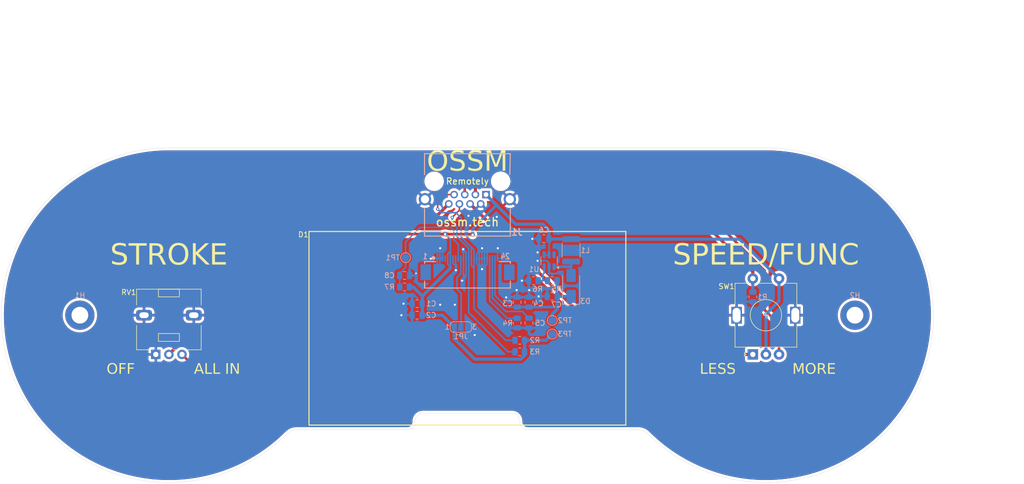
<source format=kicad_pcb>
(kicad_pcb (version 20240108) (generator "pcbnew") (generator_version "8.0")
  (layers (0 "F.Cu" signal) (31 "B.Cu" signal) (34 "B.Paste" user) (35 "F.Paste" user) (36 "B.SilkS" user "B.Silkscreen") (37 "F.SilkS" user "F.Silkscreen") (38 "B.Mask" user) (39 "F.Mask" user) (44 "Edge.Cuts" user))
  (net 0 "")
  (net 1 "GND")
  (net 2 "+3.3V")
  (net 3 "+12V")
  (net 4 "Net-(D1-VCOMH)")
  (net 5 "I2C_DATA")
  (net 6 "/RES")
  (net 7 "I2C_CLOCK")
  (net 8 "/I2C ADR")
  (net 9 "Net-(D1-IREF)")
  (net 11 "ENCODER_B")
  (net 12 "ROTARY_POT")
  (net 13 "ENCODER_SWITCH")
  (net 14 "ENCODER_A")
  (net 16 "Net-(D3-A)")
  (net 17 "Net-(U1-FB)")
  (footprint "Rotary_Encoder:RotaryEncoder_Alps_EC11E-Switch_Vertical_H20mm" (layer "F.Cu") (at 194 92 90)
    (property "Reference" "SW1" (at 6.1 -5.9 180) (layer "F.SilkS") (effects (justify right top)))
    (property "Value" "RotaryEncoder_Switch_MP")
    (fp_line (start 6.1 -5.9) (end 6.1 -3.5) (stroke (width 0.12)) (layer "F.SilkS"))
    (fp_line (start 2 -5.9) (end 6.1 -5.9) (stroke (width 0.12)) (layer "F.SilkS"))
    (fp_line (start -2 -5.9) (end -6.1 -5.9) (stroke (width 0.12)) (layer "F.SilkS"))
    (fp_line (start -6.1 -5.9) (end -6.1 5.9) (stroke (width 0.12)) (layer "F.SilkS"))
    (fp_line (start -7.2 -4.1) (end -7.5 -3.8) (stroke (width 0.12)) (layer "F.SilkS"))
    (fp_line (start -7.8 -4.1) (end -7.2 -4.1) (stroke (width 0.12)) (layer "F.SilkS"))
    (fp_line (start -7.5 -3.8) (end -7.8 -4.1) (stroke (width 0.12)) (layer "F.SilkS"))
    (fp_line (start 6.1 -1.3) (end 6.1 1.3) (stroke (width 0.12)) (layer "F.SilkS"))
    (fp_line (start 0 -0.5) (end 0 0.5) (stroke (width 0.12)) (layer "F.SilkS"))
    (fp_line (start -0.5 0) (end 0.5 0) (stroke (width 0.12)) (layer "F.SilkS"))
    (fp_line (start 6.1 3.5) (end 6.1 5.9) (stroke (width 0.12)) (layer "F.SilkS"))
    (fp_line (start 6.1 5.9) (end 2 5.9) (stroke (width 0.12)) (layer "F.SilkS"))
    (fp_line (start -2 5.9) (end -6.1 5.9) (stroke (width 0.12)) (layer "F.SilkS"))
    (fp_circle (center 0 0) (end 3 0) (stroke (width 0.12)) (fill none) (layer "F.SilkS"))
    (pad "A" thru_hole rect (at -7.5 -2.5 90) (size 2 2) (drill 1) (layers "*.Cu" "*.Mask") (net 14 "ENCODER_A"))
    (pad "B" thru_hole circle (at -7.5 2.5 90) (size 2 2) (drill 1) (layers "*.Cu" "*.Mask") (net 11 "ENCODER_B"))
    (pad "C" thru_hole circle (at -7.5 0 90) (size 2 2) (drill 1) (layers "*.Cu" "*.Mask") (net 2 "+3.3V"))
    (pad "MP" thru_hole rect (at 0 -5.6 90) (size 3.2 2) (drill oval 2.8 1.5) (layers "*.Cu" "*.Mask") (net 1 "GND"))
    (pad "MP" thru_hole rect (at 0 5.6 90) (size 3.2 2) (drill oval 2.8 1.5) (layers "*.Cu" "*.Mask") (net 1 "GND"))
    (pad "S1" thru_hole circle (at 7 2.5 90) (size 2 2) (drill 1) (layers "*.Cu" "*.Mask") (net 2 "+3.3V"))
    (pad "S2" thru_hole circle (at 7 -2.5 90) (size 2 2) (drill 1) (layers "*.Cu" "*.Mask") (net 13 "ENCODER_SWITCH"))
  )
  (footprint "Potentiometer_THT:Potentiometer_Alps_RK09L_Single_Vertical" (layer "F.Cu") (at 80 92 90)
    (property "Reference" "RV1" (at 4.97 -6.17 180) (layer "F.SilkS") (effects (justify right top)))
    (property "Value" "R_Potentiometer")
    (fp_line (start 4.97 -6.17) (end 4.97 6.17) (stroke (width 0.12)) (layer "F.SilkS"))
    (fp_line (start 1.955 -6.17) (end 4.97 -6.17) (stroke (width 0.12)) (layer "F.SilkS"))
    (fp_line (start -6.62 -6.17) (end -1.954 -6.17) (stroke (width 0.12)) (layer "F.SilkS"))
    (fp_line (start -6.62 -6.17) (end -6.62 -3.7) (stroke (width 0.12)) (layer "F.SilkS"))
    (fp_line (start -6.62 -1.3) (end -6.62 -0.87) (stroke (width 0.12)) (layer "F.SilkS"))
    (fp_line (start -6.62 0.871) (end -6.62 1.63) (stroke (width 0.12)) (layer "F.SilkS"))
    (fp_line (start -6.62 3.37) (end -6.62 6.17) (stroke (width 0.12)) (layer "F.SilkS"))
    (fp_line (start 1.955 6.17) (end 4.97 6.17) (stroke (width 0.12)) (layer "F.SilkS"))
    (fp_line (start -6.62 6.17) (end -1.954 6.17) (stroke (width 0.12)) (layer "F.SilkS"))
    (fp_rect (start 3.5 -2) (end 5 2) (stroke (width 0.12)) (fill none) (layer "F.SilkS"))
    (fp_rect (start -5 -2) (end -3.5 2) (stroke (width 0.12)) (fill none) (layer "F.SilkS"))
    (pad "1" thru_hole rect (at -7.5 -2.5 90) (size 1.8 1.8) (drill 1) (layers "*.Cu" "*.Mask") (net 1 "GND"))
    (pad "2" thru_hole circle (at -7.5 0 90) (size 1.8 1.8) (drill 1) (layers "*.Cu" "*.Mask") (net 12 "ROTARY_POT"))
    (pad "3" thru_hole circle (at -7.5 2.5 90) (size 1.8 1.8) (drill 1) (layers "*.Cu" "*.Mask") (net 2 "+3.3V"))
    (pad "MP" thru_hole roundrect (at 0 -4.75 90) (size 2 3) (drill oval 1.1 1.8) (layers "*.Cu" "*.Mask") (net 1 "GND"))
    (pad "MP" thru_hole roundrect (at 0 4.75 90) (size 2 3) (drill oval 1.1 1.8) (layers "*.Cu" "*.Mask") (net 1 "GND"))
    (zone (net 0) (net_name "") (layer "F.Cu") (name "Copper Keep Out") (connect_pads (clearance 0)) (min_thickness 0.254)
      (keepout (tracks not_allowed) (vias not_allowed) (pads not_allowed) (copperpour not_allowed) (footprints not_allowed))
      (fill (thermal_gap 0.508) (thermal_bridge_width 0.508))
      (polygon (pts (xy 82 87.1) (xy 82 88.5) (xy 78 88.5) (xy 78 87.1)))
    )
    (zone (net 0) (net_name "") (layer "F.Cu") (name "Copper Keep Out") (connect_pads (clearance 0)) (min_thickness 0.254)
      (keepout (tracks not_allowed) (vias not_allowed) (pads not_allowed) (copperpour not_allowed) (footprints not_allowed))
      (fill (thermal_gap 0.508) (thermal_bridge_width 0.508))
      (polygon (pts (xy 82 95.5) (xy 82 97) (xy 78 97) (xy 78 95.5)))
    )
  )
  (footprint "OSSM:2.42_OLED_24P_FPC_0.5MM" (layer "F.Cu") (at 137 94.5)
    (property "Reference" "D1" (at -30.25 -18.5 0) (layer "F.SilkS") (effects (justify right top)))
    (property "Value" "2.42inch_OLED_12864KLB")
    (fp_line (start -8.17432 -12.75272) (end -6.04415 -12.75272) (stroke (width 0.2032)) (layer "B.SilkS"))
    (fp_line (start -8.17432 -12.39712) (end -8.17432 -12.75272) (stroke (width 0.2032)) (layer "B.SilkS"))
    (fp_line (start -8.17432 -7.69491) (end -8.17432 -8.99352) (stroke (width 0.2032)) (layer "B.SilkS"))
    (fp_line (start -8.17432 -7.69491) (end 8.20023 -7.69492) (stroke (width 0.2032)) (layer "B.SilkS"))
    (fp_line (start 6.05505 -12.74492) (end 8.20023 -12.74492) (stroke (width 0.2032)) (layer "B.SilkS"))
    (fp_line (start 8.18865 -12.74492) (end 8.20023 -12.73333) (stroke (width 0.127)) (layer "B.SilkS"))
    (fp_line (start 8.20023 -12.39712) (end 8.20023 -12.73333) (stroke (width 0.2032)) (layer "B.SilkS"))
    (fp_line (start 8.20023 -7.69492) (end 8.20023 -9.01892) (stroke (width 0.2032)) (layer "B.SilkS"))
    (fp_circle (center -6.48635 -13.43852) (end -6.48635 -13.61632) (stroke (width 0.3556)) (fill none) (layer "B.SilkS"))
    (fp_line (start -30.25 -18.5) (end 30.25 -18.5) (stroke (width 0.203)) (layer "F.SilkS"))
    (fp_line (start -30.25 18.5) (end -30.25 -18.5) (stroke (width 0.203)) (layer "F.SilkS"))
    (fp_line (start -30.25 18.5) (end 30.25 18.5) (stroke (width 0.203)) (layer "F.SilkS"))
    (fp_line (start 30.25 18.5) (end 30.25 -18.5) (stroke (width 0.203)) (layer "F.SilkS"))
    (fp_text user "1" (at -7.53425 -13.12925 0) (layer "B.SilkS") (effects (font (size 1.0668 0.889) (thickness 0.1778)) (justify left bottom mirror)))
    (fp_text user "24" (at 8.18885 -13.12925 0) (layer "B.SilkS") (effects (font (size 1.0668 0.889) (thickness 0.1778)) (justify left bottom mirror)))
    (pad "1" smd rect (at -5.74975 -13.33232 180) (size 0.3 1.2) (layers "B.Cu" "B.Paste" "B.Mask") (net 1 "GND"))
    (pad "2" smd rect (at -5.24975 -13.33232 180) (size 0.3 1.2) (layers "B.Cu" "B.Paste" "B.Mask") (net 1 "GND"))
    (pad "3" smd rect (at -4.74975 -13.33232 180) (size 0.3 1.2) (layers "B.Cu" "B.Paste" "B.Mask") (net 1 "GND"))
    (pad "4" smd rect (at -4.24976 -13.33232 180) (size 0.3 1.2) (layers "B.Cu" "B.Paste" "B.Mask"))
    (pad "5" smd rect (at -3.74973 -13.33232 180) (size 0.3 1.2) (layers "B.Cu" "B.Paste" "B.Mask") (net 2 "+3.3V"))
    (pad "6" smd rect (at -3.24973 -13.33232 180) (size 0.3 1.2) (layers "B.Cu" "B.Paste" "B.Mask") (net 2 "+3.3V"))
    (pad "7" smd rect (at -2.74973 -13.33232 180) (size 0.3 1.2) (layers "B.Cu" "B.Paste" "B.Mask") (net 1 "GND"))
    (pad "8" smd rect (at -2.24973 -13.33232 180) (size 0.3 1.2) (layers "B.Cu" "B.Paste" "B.Mask") (net 1 "GND"))
    (pad "9" smd rect (at -1.74973 -13.33232 180) (size 0.3 1.2) (layers "B.Cu" "B.Paste" "B.Mask") (net 6 "/RES"))
    (pad "10" smd rect (at -1.24974 -13.33232 180) (size 0.3 1.2) (layers "B.Cu" "B.Paste" "B.Mask") (net 8 "/I2C ADR"))
    (pad "11" smd rect (at -0.74973 -13.33232 180) (size 0.3 1.2) (layers "B.Cu" "B.Paste" "B.Mask") (net 1 "GND"))
    (pad "12" smd rect (at -0.24974 -13.33232 180) (size 0.3 1.2) (layers "B.Cu" "B.Paste" "B.Mask") (net 1 "GND"))
    (pad "13" smd rect (at 0.25026 -13.33232 180) (size 0.3 1.2) (layers "B.Cu" "B.Paste" "B.Mask") (net 7 "I2C_CLOCK"))
    (pad "14" smd rect (at 0.75026 -13.33232 180) (size 0.3 1.2) (layers "B.Cu" "B.Paste" "B.Mask") (net 5 "I2C_DATA"))
    (pad "15" smd rect (at 1.25026 -13.33232 180) (size 0.3 1.2) (layers "B.Cu" "B.Paste" "B.Mask") (net 5 "I2C_DATA"))
    (pad "16" smd rect (at 1.75026 -13.33232 180) (size 0.3 1.2) (layers "B.Cu" "B.Paste" "B.Mask") (net 1 "GND"))
    (pad "17" smd rect (at 2.25026 -13.33232 180) (size 0.3 1.2) (layers "B.Cu" "B.Paste" "B.Mask") (net 1 "GND"))
    (pad "18" smd rect (at 2.75026 -13.33232 180) (size 0.3 1.2) (layers "B.Cu" "B.Paste" "B.Mask") (net 1 "GND"))
    (pad "19" smd rect (at 3.25026 -13.33232 180) (size 0.3 1.2) (layers "B.Cu" "B.Paste" "B.Mask") (net 1 "GND"))
    (pad "20" smd rect (at 3.75025 -13.33232 180) (size 0.3 1.2) (layers "B.Cu" "B.Paste" "B.Mask") (net 1 "GND"))
    (pad "21" smd rect (at 4.25025 -13.33232 180) (size 0.3 1.2) (layers "B.Cu" "B.Paste" "B.Mask") (net 9 "Net-(D1-IREF)"))
    (pad "22" smd rect (at 4.75025 -13.33232 180) (size 0.3 1.2) (layers "B.Cu" "B.Paste" "B.Mask") (net 4 "Net-(D1-VCOMH)"))
    (pad "23" smd rect (at 5.25025 -13.33232 180) (size 0.3 1.2) (layers "B.Cu" "B.Paste" "B.Mask") (net 3 "+12V"))
    (pad "24" smd rect (at 5.75025 -13.33232 180) (size 0.3 1.2) (layers "B.Cu" "B.Paste" "B.Mask") (net 1 "GND"))
    (pad "A" smd rect (at 8.00023 -10.70992 180) (size 2 3) (layers "B.Cu" "B.Paste" "B.Mask"))
    (pad "B" smd rect (at -7.97432 -10.70992 180) (size 2 3) (layers "B.Cu" "B.Paste" "B.Mask"))
  )
  (footprint "Inductor_SMD:L_1812_4532Metric" (layer "B.Cu") (at 156.8 79.6 -90)
    (property "Reference" "L1" (at 0 -1.71 0) (layer "B.SilkS") (effects (justify right mirror)))
    (property "Value" "22uH")
    (fp_line (start 1.386252 1.71) (end -1.386252 1.71) (stroke (width 0.12)) (layer "B.SilkS"))
    (fp_line (start 1.386252 -1.71) (end -1.386252 -1.71) (stroke (width 0.12)) (layer "B.SilkS"))
    (pad "1" smd roundrect (at -2.1375 0 270) (size 1.125 3.4) (layers "B.Cu" "B.Paste" "B.Mask") (roundrect_rratio 0.222222) (net 2 "+3.3V"))
    (pad "2" smd roundrect (at 2.1375 0 270) (size 1.125 3.4) (layers "B.Cu" "B.Paste" "B.Mask") (roundrect_rratio 0.222222) (net 16 "Net-(D3-A)"))
  )
  (footprint "TestPoint:TestPoint_Pad_D1.5mm" (layer "B.Cu") (at 153.2 93 180)
    (property "Reference" "TP2" (at -0.95 0 0) (layer "B.SilkS") (effects (justify right mirror)))
    (property "Value" "12V")
    (fp_circle (center 0 0) (end 0 -0.95) (stroke (width 0.12)) (fill none) (layer "B.SilkS"))
    (pad "1" smd circle (at 0 0 180) (size 1.5 1.5) (layers "B.Cu" "B.Mask") (net 3 "+12V"))
  )
  (footprint "Capacitor_SMD:C_0805_2012Metric" (layer "B.Cu") (at 148.75 93.5 -90)
    (property "Reference" "C5" (at 0 -1.05 0) (layer "B.SilkS") (effects (justify right mirror)))
    (property "Value" "2.2uF")
    (fp_line (start 0.261252 0.735) (end -0.261252 0.735) (stroke (width 0.12)) (layer "B.SilkS"))
    (fp_line (start 0.261252 -0.735) (end -0.261252 -0.735) (stroke (width 0.12)) (layer "B.SilkS"))
    (pad "1" smd roundrect (at -0.95 0 270) (size 1 1.45) (layers "B.Cu" "B.Paste" "B.Mask") (net 4 "Net-(D1-VCOMH)"))
    (pad "2" smd roundrect (at 0.95 0 270) (size 1 1.45) (layers "B.Cu" "B.Paste" "B.Mask") (net 1 "GND"))
  )
  (footprint "MountingHole:MountingHole_3.2mm_M3_DIN965_Pad" (layer "B.Cu") (at 63 92 180)
    (property "Reference" "H1" (at 0 3.8 0) (layer "B.SilkS") (effects (justify mirror)))
    (property "Value" "MountingHole")
    (pad "1" thru_hole circle (at 0 0 180) (size 5.6 5.6) (drill 3.2) (layers "*.Cu" "*.Mask"))
  )
  (footprint "Capacitor_SMD:C_0805_2012Metric" (layer "B.Cu") (at 125 84.4)
    (property "Reference" "C8" (at -1.8 0 0) (layer "B.SilkS") (effects (justify left mirror)))
    (property "Value" "100nF")
    (fp_line (start 0.261252 -0.735) (end -0.261252 -0.735) (stroke (width 0.12)) (layer "B.SilkS"))
    (fp_line (start 0.261252 0.735) (end -0.261252 0.735) (stroke (width 0.12)) (layer "B.SilkS"))
    (pad "1" smd roundrect (at -0.95 0) (size 1 1.45) (layers "B.Cu" "B.Paste" "B.Mask") (net 6 "/RES"))
    (pad "2" smd roundrect (at 0.95 0) (size 1 1.45) (layers "B.Cu" "B.Paste" "B.Mask") (net 1 "GND"))
  )
  (footprint "Resistor_SMD:R_0805_2012Metric" (layer "B.Cu") (at 191.5 88.5 -90)
    (property "Reference" "R1" (at 0 -0.735 0) (layer "B.SilkS") (effects (justify right mirror)))
    (property "Value" "12K")
    (fp_line (start 0.227064 0.735) (end -0.227064 0.735) (stroke (width 0.12)) (layer "B.SilkS"))
    (fp_line (start 0.227064 -0.735) (end -0.227064 -0.735) (stroke (width 0.12)) (layer "B.SilkS"))
    (pad "1" smd roundrect (at -0.9125 0 270) (size 1.025 1.4) (layers "B.Cu" "B.Paste" "B.Mask") (roundrect_rratio 0.243902) (net 13 "ENCODER_SWITCH"))
    (pad "2" smd roundrect (at 0.9125 0 270) (size 1.025 1.4) (layers "B.Cu" "B.Paste" "B.Mask") (roundrect_rratio 0.243902) (net 1 "GND"))
  )
  (footprint "TestPoint:TestPoint_Pad_D1.5mm" (layer "B.Cu") (at 125.2 81 180)
    (property "Reference" "TP1" (at 1 0 0) (layer "B.SilkS") (effects (justify left mirror)))
    (property "Value" "RESET")
    (fp_circle (center 0 0) (end 0 -0.95) (stroke (width 0.12)) (fill none) (layer "B.SilkS"))
    (pad "1" smd circle (at 0 0 180) (size 1.5 1.5) (layers "B.Cu" "B.Mask") (net 6 "/RES"))
  )
  (footprint "Capacitor_SMD:C_0805_2012Metric" (layer "B.Cu") (at 146.5 89.5 90)
    (property "Reference" "C3" (at -0.261252 -0.735 0) (layer "B.SilkS") (effects (justify left mirror)))
    (property "Value" "100nF")
    (fp_line (start 0.261252 -0.735) (end -0.261252 -0.735) (stroke (width 0.12)) (layer "B.SilkS"))
    (fp_line (start 0.261252 0.735) (end -0.261252 0.735) (stroke (width 0.12)) (layer "B.SilkS"))
    (pad "1" smd roundrect (at -0.95 0 90) (size 1 1.45) (layers "B.Cu" "B.Paste" "B.Mask") (net 3 "+12V"))
    (pad "2" smd roundrect (at 0.95 0 90) (size 1 1.45) (layers "B.Cu" "B.Paste" "B.Mask") (net 1 "GND"))
  )
  (footprint "Jumper:SolderJumper-3_P1.3mm_Open_RoundedPad1.0x1.5mm_NumberLabels" (layer "B.Cu") (at 135.75 94.25)
    (property "Reference" "JP1" (at 0 1.8 0) (layer "B.SilkS") (effects (justify mirror)))
    (property "Value" "SolderJumper_3_Open")
    (fp_line (start -2.05 0.3) (end -2.05 -0.3) (stroke (width 0.12)) (layer "B.SilkS"))
    (fp_line (start -1.4 -1) (end 1.4 -1) (stroke (width 0.12)) (layer "B.SilkS"))
    (fp_line (start 1.4 1) (end -1.4 1) (stroke (width 0.12)) (layer "B.SilkS"))
    (fp_line (start 2.05 -0.3) (end 2.05 0.3) (stroke (width 0.12)) (layer "B.SilkS"))
    (fp_arc (start -2.05 -0.3) (mid -1.844975 -0.794975) (end -1.35 -1) (stroke (width 0.12)) (layer "B.SilkS"))
    (fp_arc (start -1.35 1) (mid -1.844975 0.794975) (end -2.05 0.3) (stroke (width 0.12)) (layer "B.SilkS"))
    (fp_arc (start 1.35 -1) (mid 1.844975 -0.794975) (end 2.05 -0.3) (stroke (width 0.12)) (layer "B.SilkS"))
    (fp_arc (start 2.05 0.3) (mid 1.844975 0.794975) (end 1.35 1) (stroke (width 0.12)) (layer "B.SilkS"))
    (fp_text user "1" (at -2.6 0 0) (layer "B.SilkS") (effects (justify mirror)))
    (fp_text user "3" (at 2.6 0 0) (layer "B.SilkS") (effects (justify mirror)))
    (pad "1" smd custom (at -1.3 0) (size 1 0.5) (layers "B.Cu" "B.Mask") (net 2 "+3.3V") (options (clearance outline) (anchor rect)) (primitives (gr_circle (center 0 -0.25) (end 0.5 -0.25) (width 0) (fill yes)) (gr_circle (center 0 0.25) (end 0.5 0.25) (width 0) (fill yes)) (gr_poly (pts (xy 0.55 -0.75) (xy 0 -0.75) (xy 0 0.75) (xy 0.55 0.75)) (width 0) (fill yes))))
    (pad "2" smd rect (at 0 0) (size 1 1.5) (layers "B.Cu" "B.Mask") (net 8 "/I2C ADR"))
    (pad "3" smd custom (at 1.3 0) (size 1 0.5) (layers "B.Cu" "B.Mask") (net 1 "GND") (options (clearance outline) (anchor rect)) (primitives (gr_circle (center 0 -0.25) (end 0.5 -0.25) (width 0) (fill yes)) (gr_circle (center 0 0.25) (end 0.5 0.25) (width 0) (fill yes)) (gr_poly (pts (xy 0 -0.75) (xy -0.55 -0.75) (xy -0.55 0.75) (xy 0 0.75)) (width 0) (fill yes))))
  )
  (footprint "Resistor_SMD:R_0805_2012Metric" (layer "B.Cu") (at 149.6 85.4)
    (property "Reference" "R6" (at 0.8 1 0) (layer "B.SilkS") (effects (justify top mirror)))
    (property "Value" "10k")
    (fp_line (start 0.227064 -0.735) (end -0.227064 -0.735) (stroke (width 0.12)) (layer "B.SilkS"))
    (fp_line (start 0.227064 0.735) (end -0.227064 0.735) (stroke (width 0.12)) (layer "B.SilkS"))
    (pad "1" smd roundrect (at -0.9125 0) (size 1.025 1.4) (layers "B.Cu" "B.Paste" "B.Mask") (roundrect_rratio 0.243902) (net 1 "GND"))
    (pad "2" smd roundrect (at 0.9125 0) (size 1.025 1.4) (layers "B.Cu" "B.Paste" "B.Mask") (roundrect_rratio 0.243902) (net 17 "Net-(U1-FB)"))
  )
  (footprint "Capacitor_SMD:C_0805_2012Metric" (layer "B.Cu") (at 153.2 88.4 180)
    (property "Reference" "C7" (at -0.8 -1 0) (layer "B.SilkS") (effects (justify top mirror)))
    (property "Value" "22uF/35V")
    (fp_line (start 0.261252 0.735) (end -0.261252 0.735) (stroke (width 0.12)) (layer "B.SilkS"))
    (fp_line (start 0.261252 -0.735) (end -0.261252 -0.735) (stroke (width 0.12)) (layer "B.SilkS"))
    (pad "1" smd roundrect (at -0.95 0 180) (size 1 1.45) (layers "B.Cu" "B.Paste" "B.Mask") (net 3 "+12V"))
    (pad "2" smd roundrect (at 0.95 0 180) (size 1 1.45) (layers "B.Cu" "B.Paste" "B.Mask") (net 1 "GND"))
  )
  (footprint "MountingHole:MountingHole_3.2mm_M3_DIN965_Pad" (layer "B.Cu") (at 211 92 180)
    (property "Reference" "H2" (at 0 3.8 0) (layer "B.SilkS") (effects (justify mirror)))
    (property "Value" "MountingHole")
    (pad "1" thru_hole circle (at 0 0 180) (size 5.6 5.6) (drill 3.2) (layers "*.Cu" "*.Mask"))
  )
  (footprint "Resistor_SMD:R_0805_2012Metric" (layer "B.Cu") (at 147 96.8)
    (property "Reference" "R2" (at 1.8 0 0) (layer "B.SilkS") (effects (justify right mirror)))
    (property "Value" "4.7K")
    (fp_line (start 0.227064 -0.735) (end -0.227064 -0.735) (stroke (width 0.12)) (layer "B.SilkS"))
    (fp_line (start 0.227064 0.735) (end -0.227064 0.735) (stroke (width 0.12)) (layer "B.SilkS"))
    (pad "1" smd roundrect (at -0.9125 0) (size 1.025 1.4) (layers "B.Cu" "B.Paste" "B.Mask") (roundrect_rratio 0.243902) (net 5 "I2C_DATA"))
    (pad "2" smd roundrect (at 0.9125 0) (size 1.025 1.4) (layers "B.Cu" "B.Paste" "B.Mask") (roundrect_rratio 0.243902) (net 2 "+3.3V"))
  )
  (footprint "Resistor_SMD:R_0805_2012Metric" (layer "B.Cu") (at 125 86.6)
    (property "Reference" "R7" (at -1.8 0 0) (layer "B.SilkS") (effects (justify left mirror)))
    (property "Value" "10k")
    (fp_line (start 0.227064 -0.735) (end -0.227064 -0.735) (stroke (width 0.12)) (layer "B.SilkS"))
    (fp_line (start 0.227064 0.735) (end -0.227064 0.735) (stroke (width 0.12)) (layer "B.SilkS"))
    (pad "1" smd roundrect (at -0.9125 0) (size 1.025 1.4) (layers "B.Cu" "B.Paste" "B.Mask") (roundrect_rratio 0.243902) (net 6 "/RES"))
    (pad "2" smd roundrect (at 0.9125 0) (size 1.025 1.4) (layers "B.Cu" "B.Paste" "B.Mask") (roundrect_rratio 0.243902) (net 2 "+3.3V"))
  )
  (footprint "Diode_SMD:D_SMA" (layer "B.Cu") (at 156.8 86.4 90)
    (property "Reference" "D3" (at -3.51 1.65 0) (layer "B.SilkS") (effects (justify right bottom mirror)))
    (property "Value" "SS34")
    (fp_line (start 2 -1.65) (end -3.51 -1.65) (stroke (width 0.12)) (layer "B.SilkS"))
    (fp_line (start -3.51 -1.65) (end -3.51 1.65) (stroke (width 0.12)) (layer "B.SilkS"))
    (fp_line (start 2 1.65) (end -3.51 1.65) (stroke (width 0.12)) (layer "B.SilkS"))
    (pad "1" smd roundrect (at -2 0 90) (size 2.5 1.8) (layers "B.Cu" "B.Paste" "B.Mask") (roundrect_rratio 0.1388888889) (net 3 "+12V"))
    (pad "2" smd roundrect (at 2 0 90) (size 2.5 1.8) (layers "B.Cu" "B.Paste" "B.Mask") (roundrect_rratio 0.1388888889) (net 16 "Net-(D3-A)"))
  )
  (footprint "Resistor_SMD:R_0805_2012Metric" (layer "B.Cu") (at 146.5 93.5 90)
    (property "Reference" "R4" (at 0 -0.735 0) (layer "B.SilkS") (effects (justify left mirror)))
    (property "Value" "910K")
    (fp_line (start 0.227064 -0.735) (end -0.227064 -0.735) (stroke (width 0.12)) (layer "B.SilkS"))
    (fp_line (start 0.227064 0.735) (end -0.227064 0.735) (stroke (width 0.12)) (layer "B.SilkS"))
    (pad "1" smd roundrect (at -0.9125 0 90) (size 1.025 1.4) (layers "B.Cu" "B.Paste" "B.Mask") (roundrect_rratio 0.243902) (net 1 "GND"))
    (pad "2" smd roundrect (at 0.9125 0 90) (size 1.025 1.4) (layers "B.Cu" "B.Paste" "B.Mask") (roundrect_rratio 0.243902) (net 9 "Net-(D1-IREF)"))
  )
  (footprint "Package_TO_SOT_SMD:SOT-23-6" (layer "B.Cu") (at 152.6 81.6 90)
    (property "Reference" "U1" (at -2.2 -1.8 0) (layer "B.SilkS") (effects (justify left bottom mirror)))
    (property "Value" "MT3608")
    (fp_line (start 0.8 -1.56) (end 0 -1.56) (stroke (width 0.12)) (layer "B.SilkS"))
    (fp_line (start -0.8 -1.56) (end 0 -1.56) (stroke (width 0.12)) (layer "B.SilkS"))
    (fp_line (start 0.8 1.56) (end 0 1.56) (stroke (width 0.12)) (layer "B.SilkS"))
    (fp_line (start -0.8 1.56) (end 0 1.56) (stroke (width 0.12)) (layer "B.SilkS"))
    (fp_poly (pts (xy -1.3 1.51) (xy -1.54 1.84) (xy -1.06 1.84) (xy -1.3 1.51)) (stroke (width 0.12)) (fill solid) (layer "B.SilkS"))
    (pad "1" smd roundrect (at -1.1375 0.95 90) (size 1.325 0.6) (layers "B.Cu" "B.Paste" "B.Mask") (net 16 "Net-(D3-A)"))
    (pad "2" smd roundrect (at -1.1375 0 90) (size 1.325 0.6) (layers "B.Cu" "B.Paste" "B.Mask") (net 1 "GND"))
    (pad "3" smd roundrect (at -1.1375 -0.95 90) (size 1.325 0.6) (layers "B.Cu" "B.Paste" "B.Mask") (net 17 "Net-(U1-FB)"))
    (pad "4" smd roundrect (at 1.1375 -0.95 90) (size 1.325 0.6) (layers "B.Cu" "B.Paste" "B.Mask") (net 2 "+3.3V"))
    (pad "5" smd roundrect (at 1.1375 0 90) (size 1.325 0.6) (layers "B.Cu" "B.Paste" "B.Mask") (net 2 "+3.3V"))
    (pad "6" smd roundrect (at 1.1375 0.95 90) (size 1.325 0.6) (layers "B.Cu" "B.Paste" "B.Mask"))
  )
  (footprint "Resistor_SMD:R_0805_2012Metric" (layer "B.Cu") (at 153.2 85.4)
    (property "Reference" "R5" (at 0.8 1 0) (layer "B.SilkS") (effects (justify top mirror)))
    (property "Value" "200k")
    (fp_line (start 0.227064 -0.735) (end -0.227064 -0.735) (stroke (width 0.12)) (layer "B.SilkS"))
    (fp_line (start 0.227064 0.735) (end -0.227064 0.735) (stroke (width 0.12)) (layer "B.SilkS"))
    (pad "1" smd roundrect (at -0.9125 0) (size 1.025 1.4) (layers "B.Cu" "B.Paste" "B.Mask") (roundrect_rratio 0.243902) (net 17 "Net-(U1-FB)"))
    (pad "2" smd roundrect (at 0.9125 0) (size 1.025 1.4) (layers "B.Cu" "B.Paste" "B.Mask") (roundrect_rratio 0.243902) (net 3 "+12V"))
  )
  (footprint "Capacitor_SMD:C_0805_2012Metric" (layer "B.Cu") (at 151.6 77.3875 180)
    (property "Reference" "C6" (at 0 1.68 0) (layer "B.SilkS") (effects (justify mirror)))
    (property "Value" "22uF")
    (fp_line (start 0.261252 0.735) (end -0.261252 0.735) (stroke (width 0.12)) (layer "B.SilkS"))
    (fp_line (start 0.261252 -0.735) (end -0.261252 -0.735) (stroke (width 0.12)) (layer "B.SilkS"))
    (pad "1" smd roundrect (at -0.95 0 180) (size 1 1.45) (layers "B.Cu" "B.Paste" "B.Mask") (net 2 "+3.3V"))
    (pad "2" smd roundrect (at 0.95 0 180) (size 1 1.45) (layers "B.Cu" "B.Paste" "B.Mask") (net 1 "GND"))
  )
  (footprint "TestPoint:TestPoint_Pad_D1.5mm" (layer "B.Cu") (at 153.2 95.6 180)
    (property "Reference" "TP3" (at -0.95 0 0) (layer "B.SilkS") (effects (justify right mirror)))
    (property "Value" "3.3V")
    (fp_circle (center 0 0) (end 0 -0.95) (stroke (width 0.12)) (fill none) (layer "B.SilkS"))
    (pad "1" smd circle (at 0 0 180) (size 1.5 1.5) (layers "B.Cu" "B.Mask") (net 2 "+3.3V"))
  )
  (footprint "Capacitor_SMD:C_0805_2012Metric" (layer "B.Cu") (at 127.4 92 180)
    (property "Reference" "C2" (at -1.6 0 0) (layer "B.SilkS") (effects (justify right mirror)))
    (property "Value" "47uF")
    (fp_line (start 0.261252 0.735) (end -0.261252 0.735) (stroke (width 0.12)) (layer "B.SilkS"))
    (fp_line (start 0.261252 -0.735) (end -0.261252 -0.735) (stroke (width 0.12)) (layer "B.SilkS"))
    (pad "1" smd roundrect (at -0.95 0 180) (size 1 1.45) (layers "B.Cu" "B.Paste" "B.Mask") (net 2 "+3.3V"))
    (pad "2" smd roundrect (at 0.95 0 180) (size 1 1.45) (layers "B.Cu" "B.Paste" "B.Mask") (net 1 "GND"))
  )
  (footprint "Resistor_SMD:R_0805_2012Metric" (layer "B.Cu") (at 147 99)
    (property "Reference" "R3" (at 1.8 0 0) (layer "B.SilkS") (effects (justify right mirror)))
    (property "Value" "4.7K")
    (fp_line (start 0.227064 -0.735) (end -0.227064 -0.735) (stroke (width 0.12)) (layer "B.SilkS"))
    (fp_line (start 0.227064 0.735) (end -0.227064 0.735) (stroke (width 0.12)) (layer "B.SilkS"))
    (pad "1" smd roundrect (at -0.9125 0) (size 1.025 1.4) (layers "B.Cu" "B.Paste" "B.Mask") (roundrect_rratio 0.243902) (net 7 "I2C_CLOCK"))
    (pad "2" smd roundrect (at 0.9125 0) (size 1.025 1.4) (layers "B.Cu" "B.Paste" "B.Mask") (roundrect_rratio 0.243902) (net 2 "+3.3V"))
  )
  (footprint "Capacitor_SMD:C_0805_2012Metric" (layer "B.Cu") (at 148.75 89.5 90)
    (property "Reference" "C4" (at -0.261252 0.735 0) (layer "B.SilkS") (effects (justify right mirror)))
    (property "Value" "47uF")
    (fp_line (start 0.261252 -0.735) (end -0.261252 -0.735) (stroke (width 0.12)) (layer "B.SilkS"))
    (fp_line (start 0.261252 0.735) (end -0.261252 0.735) (stroke (width 0.12)) (layer "B.SilkS"))
    (pad "1" smd roundrect (at -0.95 0 90) (size 1 1.45) (layers "B.Cu" "B.Paste" "B.Mask") (net 3 "+12V"))
    (pad "2" smd roundrect (at 0.95 0 90) (size 1 1.45) (layers "B.Cu" "B.Paste" "B.Mask") (net 1 "GND"))
  )
  (footprint "OSSM:RJ45_Molex_438605025_Horizontal" (layer "B.Cu") (at 140.5545 68.945)
    (property "Reference" "J1" (at 4.635 7.93 0) (layer "B.SilkS") (effects (font (size 1.27 1.27) (thickness 0.254)) (justify right bottom mirror)))
    (property "Value" "8P8C_Shielded" (hide yes))
    (fp_line (start -11.745 -7.82) (end -11.745 -3.82) (stroke (width 0.2)) (layer "B.SilkS"))
    (fp_line (start -11.745 7.93) (end -11.745 2.68) (stroke (width 0.2)) (layer "B.SilkS"))
    (fp_line (start 0 -8.3) (end 0 -8.3) (stroke (width 0.1)) (layer "B.SilkS"))
    (fp_line (start 0 -8.2) (end 0 -8.2) (stroke (width 0.1)) (layer "B.SilkS"))
    (fp_line (start 4.545 -3.82) (end 4.635 -7.82) (stroke (width 0.2)) (layer "B.SilkS"))
    (fp_line (start 4.635 -7.82) (end -11.745 -7.82) (stroke (width 0.2)) (layer "B.SilkS"))
    (fp_line (start 4.635 2.68) (end 4.635 7.93) (stroke (width 0.2)) (layer "B.SilkS"))
    (fp_line (start 4.635 7.93) (end -11.745 7.93) (stroke (width 0.2)) (layer "B.SilkS"))
    (fp_arc (start 0 -8.3) (mid 0.05 -8.25) (end 0 -8.2) (stroke (width 0.1)) (layer "B.SilkS"))
    (fp_arc (start 0 -8.2) (mid -0.05 -8.25) (end 0 -8.3) (stroke (width 0.1)) (layer "B.SilkS"))
    (pad "" np_thru_hole circle (at -9.905 -2.54) (size 3.25 3.25) (drill 3.25) (layers "*.Cu" "*.Mask"))
    (pad "" np_thru_hole circle (at 2.795 -2.54) (size 3.25 3.25) (drill 3.25) (layers "*.Cu" "*.Mask"))
    (pad "1" thru_hole rect (at 0 0) (size 1.446 1.446) (drill 0.89) (layers "*.Cu" "*.Mask") (net 2 "+3.3V"))
    (pad "2" thru_hole circle (at -1.015 1.78) (size 1.446 1.446) (drill 0.89) (layers "*.Cu" "*.Mask") (net 1 "GND"))
    (pad "3" thru_hole circle (at -2.03 0) (size 1.446 1.446) (drill 0.89) (layers "*.Cu" "*.Mask") (net 13 "ENCODER_SWITCH"))
    (pad "4" thru_hole circle (at -3.045 1.78) (size 1.446 1.446) (drill 0.89) (layers "*.Cu" "*.Mask") (net 14 "ENCODER_A"))
    (pad "5" thru_hole circle (at -4.065 0) (size 1.446 1.446) (drill 0.89) (layers "*.Cu" "*.Mask") (net 11 "ENCODER_B"))
    (pad "6" thru_hole circle (at -5.08 1.78) (size 1.446 1.446) (drill 0.89) (layers "*.Cu" "*.Mask") (net 7 "I2C_CLOCK"))
    (pad "7" thru_hole circle (at -6.095 0) (size 1.446 1.446) (drill 0.89) (layers "*.Cu" "*.Mask") (net 5 "I2C_DATA"))
    (pad "8" thru_hole circle (at -7.11 1.78) (size 1.446 1.446) (drill 0.89) (layers "*.Cu" "*.Mask") (net 12 "ROTARY_POT"))
    (pad "SH" thru_hole circle (at -11.655 0.89) (size 2.355 2.355) (drill 1.57) (layers "*.Cu" "*.Mask") (net 1 "GND"))
    (pad "SH" thru_hole circle (at 4.545 0.89) (size 2.355 2.355) (drill 1.57) (layers "*.Cu" "*.Mask") (net 1 "GND"))
  )
  (footprint "Capacitor_SMD:C_0805_2012Metric" (layer "B.Cu") (at 127.4 89.8 180)
    (property "Reference" "C1" (at -1.6 0 0) (layer "B.SilkS") (effects (justify right mirror)))
    (property "Value" "100nF")
    (fp_line (start 0.261252 0.735) (end -0.261252 0.735) (stroke (width 0.12)) (layer "B.SilkS"))
    (fp_line (start 0.261252 -0.735) (end -0.261252 -0.735) (stroke (width 0.12)) (layer "B.SilkS"))
    (pad "1" smd roundrect (at -0.95 0 180) (size 1 1.45) (layers "B.Cu" "B.Paste" "B.Mask") (net 2 "+3.3V"))
    (pad "2" smd roundrect (at 0.95 0 180) (size 1 1.45) (layers "B.Cu" "B.Paste" "B.Mask") (net 1 "GND"))
  )
  (gr_arc (start 169.604816 113.895184) (mid 170.561525 114.085485) (end 171.372583 114.627417) (stroke (width 0.05)) (layer "Edge.Cuts"))
  (gr_arc (start 102.627417 114.627417) (mid 103.438475 114.085485) (end 104.395184 113.895184) (stroke (width 0.05)) (layer "Edge.Cuts"))
  (gr_arc (start 148.5 113.895184) (mid 147.43934 113.455844) (end 147 112.395184) (stroke (width 0.05)) (layer "Edge.Cuts"))
  (gr_arc (start 194 124) (mid 181.75413 121.564145) (end 171.372583 114.627417) (stroke (width 0.05)) (layer "Edge.Cuts"))
  (gr_arc (start 102.627417 114.627417) (mid 92.24587 121.564145) (end 80 124) (stroke (width 0.05)) (layer "Edge.Cuts"))
  (gr_arc (start 194 60) (mid 226 92) (end 194 124) (stroke (width 0.05)) (layer "Edge.Cuts"))
  (gr_arc (start 127 112.395184) (mid 126.56066 113.455844) (end 125.5 113.895184) (stroke (width 0.05)) (layer "Edge.Cuts"))
  (gr_line (start 148.5 113.895184) (end 169.604816 113.895184) (stroke (width 0.05)) (layer "Edge.Cuts"))
  (gr_arc (start 127 112.25) (mid 127.43934 111.18934) (end 128.5 110.75) (stroke (width 0.05)) (layer "Edge.Cuts"))
  (gr_line (start 128.5 110.75) (end 145.5 110.75) (stroke (width 0.05)) (layer "Edge.Cuts"))
  (gr_line (start 127 112.25) (end 127 112.395184) (stroke (width 0.05)) (layer "Edge.Cuts"))
  (gr_arc (start 145.5 110.75) (mid 146.56066 111.18934) (end 147 112.25) (stroke (width 0.05)) (layer "Edge.Cuts"))
  (gr_line (start 80 60) (end 194 60) (stroke (width 0.05)) (layer "Edge.Cuts"))
  (gr_line (start 147 112.25) (end 147 112.395184) (stroke (width 0.05)) (layer "Edge.Cuts"))
  (gr_arc (start 80 124) (mid 48 92) (end 80 60) (stroke (width 0.05)) (layer "Edge.Cuts"))
  (gr_line (start 125.5 113.895184) (end 104.395184 113.895184) (stroke (width 0.05)) (layer "Edge.Cuts"))
  (gr_text "MORE" (at 203.2 101.2 0) (layer "F.SilkS") (effects (font (size 2 2) (thickness 0.1)) (justify top)))
  (gr_text "LESS" (at 184.8 101.2 0) (layer "F.SilkS") (effects (font (size 2 2) (thickness 0.1)) (justify top)))
  (gr_text "OFF" (at 70.8 101.2 0) (layer "F.SilkS") (effects (font (size 2 2) (thickness 0.1)) (justify top)))
  (gr_text "OSSM" (at 137 62.8 0) (layer "F.SilkS") (effects (font (size 3.8 3.8))))
  (gr_text "SPEED/FUNC" (at 194 83 0) (layer "F.SilkS") (effects (font (size 4 4) (thickness 0.1)) (justify bottom)))
  (gr_text "ALL IN" (at 89.2 101.2 0) (layer "F.SilkS") (effects (font (size 2 2) (thickness 0.1)) (justify top)))
  (gr_text "ossm.tech" (at 137 74.2 0) (layer "F.SilkS") (effects (font (size 1.6 1.6) (thickness 0.25))))
  (gr_text "Remotely" (at 137 66.4 0) (layer "F.SilkS") (effects (font (size 1.2 1.2) (thickness 0.2) (bold yes))))
  (gr_text "STROKE" (at 80 83 0) (layer "F.SilkS") (effects (font (size 4 4) (thickness 0.1)) (justify bottom)))
  (via (at 130 81.2) (size 0.8) (drill 0.4) (layers "F.Cu" "B.Cu") (net 1))
  (via (at 131.8 90) (size 0.8) (drill 0.4) (layers "F.Cu" "B.Cu") (net 1))
  (via (at 127.2 84) (size 0.6) (drill 0.3) (layers "F.Cu" "B.Cu") (net 1))
  (via (at 142.6 73.2) (size 0.8) (drill 0.4) (layers "F.Cu" "B.Cu") (net 1))
  (via (at 134.8 83.4) (size 0.8) (drill 0.4) (layers "F.Cu" "B.Cu") (net 1))
  (via (at 124.8 89.8) (size 0.8) (drill 0.4) (layers "F.Cu" "B.Cu") (net 1))
  (via (at 148.8 87.2) (size 0.8) (drill 0.4) (layers "F.Cu" "B.Cu") (net 1))
  (via (at 147.4 85.4) (size 0.8) (drill 0.4) (layers "F.Cu" "B.Cu") (net 1))
  (via (at 142.8 79.2) (size 0.8) (drill 0.4) (layers "F.Cu" "B.Cu") (net 1))
  (via (at 124.4 92) (size 0.8) (drill 0.4) (layers "F.Cu" "B.Cu") (net 1))
  (via (at 150.6 88.4) (size 0.8) (drill 0.4) (layers "F.Cu" "B.Cu") (net 1))
  (via (at 137.2 73) (size 0.8) (drill 0.4) (layers "F.Cu" "B.Cu") (net 1))
  (via (at 139.8 83.2) (size 0.8) (drill 0.4) (layers "F.Cu" "B.Cu") (net 1))
  (via (at 149.4 77.4) (size 0.8) (drill 0.4) (layers "F.Cu" "B.Cu") (net 1))
  (via (at 136 85.4) (size 0.8) (drill 0.4) (layers "F.Cu" "B.Cu") (net 1))
  (via (at 150.4 81.6) (size 0.8) (drill 0.4) (layers "F.Cu" "B.Cu") (net 1))
  (via (at 146.4 87.2) (size 0.8) (drill 0.4) (layers "F.Cu" "B.Cu") (net 1))
  (via (at 134.6 90) (size 0.8) (drill 0.4) (layers "F.Cu" "B.Cu") (net 1))
  (via (at 150.4 80) (size 0.8) (drill 0.4) (layers "F.Cu" "B.Cu") (net 1))
  (via (at 139.8 79.2) (size 0.8) (drill 0.4) (layers "F.Cu" "B.Cu") (net 1))
  (via (at 144.4 88.6) (size 0.8) (drill 0.4) (layers "F.Cu" "B.Cu") (net 1))
  (via (at 138.4 95.8) (size 0.8) (drill 0.4) (layers "F.Cu" "B.Cu") (net 1))
  (via (at 131.8 79.2) (size 0.8) (drill 0.4) (layers "F.Cu" "B.Cu") (net 1))
  (via (at 136.2 79.4) (size 0.8) (drill 0.4) (layers "F.Cu" "B.Cu") (net 1))
  (segment (start 132.25024 81.16769) (end 132.25024 79.65024) (width 0.3) (layer "B.Cu") (net 1))
  (segment (start 140.75025 81.16768) (end 140.75025 80.15025) (width 0.3) (layer "B.Cu") (net 1))
  (segment (start 138.75026 81.16768) (end 138.75026 80.24974) (width 0.3) (layer "B.Cu") (net 1))
  (segment (start 138.75026 82.15026) (end 139.8 83.2) (width 0.3) (layer "B.Cu") (net 1))
  (segment (start 130 81.2) (end 132.21793 81.2) (width 0.3) (layer "B.Cu") (net 1))
  (segment (start 139.75026 81.16768) (end 139.75026 83.15026) (width 0.3) (layer "B.Cu") (net 1))
  (segment (start 136.75026 84.64974) (end 136 85.4) (width 0.3) (layer "B.Cu") (net 1))
  (segment (start 131.25025 79.74975) (end 131.8 79.2) (width 0.3) (layer "B.Cu") (net 1))
  (segment (start 132.25024 79.65024) (end 131.8 79.2) (width 0.3) (layer "B.Cu") (net 1))
  (segment (start 140.25026 79.65026) (end 139.8 79.2) (width 0.3) (layer "B.Cu") (net 1))
  (segment (start 139.25026 81.16768) (end 139.25026 82.65026) (width 0.3) (layer "B.Cu") (net 1))
  (segment (start 134.25027 82.1) (end 134.75027 82.6) (width 0.3) (layer "B.Cu") (net 1))
  (segment (start 142.75025 79.24975) (end 142.8 79.2) (width 0.3) (layer "B.Cu") (net 1))
  (segment (start 140.75025 81.16768) (end 140.75025 82.24975) (width 0.3) (layer "B.Cu") (net 1))
  (segment (start 152.124999 81.6) (end 150.4 81.6) (width 0.3) (layer "B.Cu") (net 1))
  (segment (start 139.25026 82.65026) (end 139.8 83.2) (width 0.3) (layer "B.Cu") (net 1))
  (segment (start 134.25027 81.16768) (end 134.25027 82.1) (width 0.3) (layer "B.Cu") (net 1))
  (segment (start 136.25027 81.16768) (end 136.25027 85.14973) (width 0.3) (layer "B.Cu") (net 1))
  (segment (start 131.25025 81.16768) (end 131.25025 79.74975) (width 0.3) (layer "B.Cu") (net 1))
  (segment (start 132.21793 81.2) (end 132.25024 81.16769) (width 0.3) (layer "B.Cu") (net 1))
  (segment (start 134.75027 82.6) (end 134.75027 81.16768) (width 0.3) (layer "B.Cu") (net 1))
  (segment (start 139.25026 79.74974) (end 139.8 79.2) (width 0.3) (layer "B.Cu") (net 1))
  (segment (start 136.25027 85.14973) (end 136 85.4) (width 0.3) (layer "B.Cu") (net 1))
  (segment (start 140.25026 82.74974) (end 139.8 83.2) (width 0.3) (layer "B.Cu") (net 1))
  (segment (start 140.75025 80.15025) (end 139.8 79.2) (width 0.3) (layer "B.Cu") (net 1))
  (segment (start 139.75026 81.16768) (end 139.75026 79.24974) (width 0.3) (layer "B.Cu") (net 1))
  (segment (start 139.25026 81.16768) (end 139.25026 79.74974) (width 0.3) (layer "B.Cu") (net 1))
  (segment (start 136.25027 81.16768) (end 136.25027 79.45027) (width 0.3) (layer "B.Cu") (net 1))
  (segment (start 136.75026 79.95026) (end 136.2 79.4) (width 0.3) (layer "B.Cu") (net 1))
  (segment (start 139.75026 83.15026) (end 139.8 83.2) (width 0.3) (layer "B.Cu") (net 1))
  (segment (start 152.6 82.7375) (end 152.6 82.075001) (width 0.3) (layer "B.Cu") (net 1))
  (segment (start 138.75026 80.24974) (end 139.8 79.2) (width 0.3) (layer "B.Cu") (net 1))
  (segment (start 136.25027 79.45027) (end 136.2 79.4) (width 0.3) (layer "B.Cu") (net 1))
  (segment (start 134.75027 83.35027) (end 134.75027 82.6) (width 0.3) (layer "B.Cu") (net 1))
  (segment (start 140.25026 81.16768) (end 140.25026 82.74974) (width 0.3) (layer "B.Cu") (net 1))
  (segment (start 130.03232 81.16768) (end 130 81.2) (width 0.3) (layer "B.Cu") (net 1))
  (segment (start 136.75026 81.16768) (end 136.75026 84.64974) (width 0.3) (layer "B.Cu") (net 1))
  (segment (start 138.75026 81.16768) (end 138.75026 82.15026) (width 0.3) (layer "B.Cu") (net 1))
  (segment (start 140.75025 82.24975) (end 139.8 83.2) (width 0.3) (layer "B.Cu") (net 1))
  (segment (start 131.75025 81.16768) (end 131.75025 79.24975) (width 0.3) (layer "B.Cu") (net 1))
  (segment (start 140.25026 81.16768) (end 140.25026 79.65026) (width 0.3) (layer "B.Cu") (net 1))
  (segment (start 131.75025 79.24975) (end 131.8 79.2) (width 0.3) (layer "B.Cu") (net 1))
  (segment (start 152.6 82.075001) (end 152.124999 81.6) (width 0.3) (layer "B.Cu") (net 1))
  (segment (start 136.75026 81.16768) (end 136.75026 79.95026) (width 0.3) (layer "B.Cu") (net 1))
  (segment (start 139.75026 79.24974) (end 139.8 79.2) (width 0.3) (layer "B.Cu") (net 1))
  (segment (start 142.75025 81.16768) (end 142.75025 79.24975) (width 0.3) (layer "B.Cu") (net 1))
  (segment (start 134.8 83.4) (end 134.75027 83.35027) (width 0.3) (layer "B.Cu") (net 1))
  (segment (start 96 102.75) (end 122.25 76.5) (width 0.5) (layer "F.Cu") (net 2))
  (segment (start 122.25 76.5) (end 132.75 76.5) (width 0.5) (layer "F.Cu") (net 2))
  (segment (start 85.75 102.75) (end 82.5 99.5) (width 0.5) (layer "F.Cu") (net 2))
  (segment (start 138 76.6) (end 137.9 76.5) (width 0.5) (layer "F.Cu") (net 2))
  (segment (start 137.9 76.5) (end 132.75 76.5) (width 0.5) (layer "F.Cu") (net 2))
  (segment (start 96 102.75) (end 85.75 102.75) (width 0.5) (layer "F.Cu") (net 2))
  (via (at 138 76.6) (size 0.8) (drill 0.4) (layers "F.Cu" "B.Cu") (net 2))
  (via (at 132.75 76.5) (size 0.8) (drill 0.4) (layers "F.Cu" "B.Cu") (net 2))
  (segment (start 147.9125 99) (end 147.9125 99.6875) (width 0.6) (layer "B.Cu") (net 2))
  (segment (start 140.5545 68.9545) (end 146.2 74.6) (width 0.6) (layer "B.Cu") (net 2))
  (segment (start 133.75027 79.75) (end 133.75027 77.50027) (width 0.3) (layer "B.Cu") (net 2))
  (segment (start 133.75027 77.50027) (end 132.75 76.5) (width 0.3) (layer "B.Cu") (net 2))
  (segment (start 138 76.6) (end 138 75.5) (width 0.5) (layer "B.Cu") (net 2))
  (segment (start 133.25027 82.25) (end 133.75027 82.75) (width 0.3) (layer "B.Cu") (net 2))
  (segment (start 196.5 89.3) (end 194 91.8) (width 0.6) (layer "B.Cu") (net 2))
  (segment (start 196.5 85) (end 196.5 89.3) (width 0.6) (layer "B.Cu") (net 2))
  (segment (start 134.45 96.45) (end 134.45 94.25) (width 0.6) (layer "B.Cu") (net 2))
  (segment (start 128.4 88.35) (end 133.75027 82.99973) (width 0.6) (layer "B.Cu") (net 2))
  (segment (start 133.25027 81.16768) (end 133.25027 80.25) (width 0.3) (layer "B.Cu") (net 2))
  (segment (start 133.25027 80.25) (end 133.75027 79.75) (width 0.3) (layer "B.Cu") (net 2))
  (segment (start 152.6 77.4375) (end 152.55 77.3875) (width 0.5) (layer "B.Cu") (net 2))
  (segment (start 140.5545 68.945) (end 140.5545 68.9545) (width 0.6) (layer "B.Cu") (net 2))
  (segment (start 147.9125 96.8) (end 147.9125 99) (width 0.6) (layer "B.Cu") (net 2))
  (segment (start 133.75027 81.16768) (end 133.75027 79.75) (width 0.3) (layer "B.Cu") (net 2))
  (segment (start 125.9125 86.6) (end 126.65 86.6) (width 0.6) (layer "B.Cu") (net 2))
  (segment (start 134.45 94.25) (end 132.2 92) (width 0.6) (layer "B.Cu") (net 2))
  (segment (start 133.75027 82.99973) (end 133.75027 82.75) (width 0.6) (layer "B.Cu") (net 2))
  (segment (start 146.2 74.6) (end 151.4 74.6) (width 0.6) (layer "B.Cu") (net 2))
  (segment (start 138 75.5) (end 142.625 70.875) (width 0.5) (layer "B.Cu") (net 2))
  (segment (start 147.9125 99.6875) (end 147.2 100.4) (width 0.6) (layer "B.Cu") (net 2))
  (segment (start 128.4 92) (end 128.4 88.35) (width 0.6) (layer "B.Cu") (net 2))
  (segment (start 152.575 77.3625) (end 152.55 77.3875) (width 0.5) (layer "B.Cu") (net 2))
  (segment (start 126.65 86.6) (end 128.4 88.35) (width 0.6) (layer "B.Cu") (net 2))
  (segment (start 151.65 80.4625) (end 152.6 80.4625) (width 0.3) (layer "B.Cu") (net 2))
  (segment (start 140.5545 68.945) (end 140.695 68.945) (width 0.6) (layer "B.Cu") (net 2))
  (segment (start 133.75027 81.16768) (end 133.75027 82.75) (width 0.3) (layer "B.Cu") (net 2))
  (segment (start 138.4 100.4) (end 134.45 96.45) (width 0.6) (layer "B.Cu") (net 2))
  (segment (start 156.775 77.4375) (end 156.8 77.4625) (width 0.6) (layer "B.Cu") (net 2))
  (segment (start 152.6 77.4375) (end 156.775 77.4375) (width 0.6) (layer "B.Cu") (net 2))
  (segment (start 156.725 77.3875) (end 156.8 77.4625) (width 0.5) (layer "B.Cu") (net 2))
  (segment (start 152.55 80.3125) (end 152.6 80.3625) (width 0.5) (layer "B.Cu") (net 2))
  (segment (start 152 96.8) (end 153.2 95.6) (width 0.6) (layer "B.Cu") (net 2))
  (segment (start 152.6 80.4625) (end 152.6 77.4375) (width 0.3) (layer "B.Cu") (net 2))
  (segment (start 188.9625 77.4625) (end 196.5 85) (width 0.6) (layer "B.Cu") (net 2))
  (segment (start 133.25027 81.16768) (end 133.25027 82.25) (width 0.3) (layer "B.Cu") (net 2))
  (segment (start 152.55 75.75) (end 152.55 77.3875) (width 0.6) (layer "B.Cu") (net 2))
  (segment (start 147.2 100.4) (end 138.4 100.4) (width 0.6) (layer "B.Cu") (net 2))
  (segment (start 151.4 74.6) (end 152.55 75.75) (width 0.6) (layer "B.Cu") (net 2))
  (segment (start 156.8 77.4625) (end 188.9625 77.4625) (width 0.6) (layer "B.Cu") (net 2))
  (segment (start 132.2 92) (end 128.4 92) (width 0.6) (layer "B.Cu") (net 2))
  (segment (start 147.9125 96.8) (end 152 96.8) (width 0.6) (layer "B.Cu") (net 2))
  (segment (start 194 91.8) (end 194 99.5) (width 0.6) (layer "B.Cu") (net 2))
  (segment (start 154 90.45) (end 154.15 90.6) (width 0.5) (layer "B.Cu") (net 3))
  (segment (start 154.15 90.85) (end 154.15 90.6) (width 0.6) (layer "B.Cu") (net 3))
  (segment (start 148.75 90.45) (end 146.5 90.45) (width 0.5) (layer "B.Cu") (net 3))
  (segment (start 156.8 88.4) (end 154.15 88.4) (width 0.6) (layer "B.Cu") (net 3))
  (segment (start 154.1125 88.3625) (end 154.15 88.4) (width 0.6) (layer "B.Cu") (net 3))
  (segment (start 148.75 90.45) (end 154 90.45) (width 0.5) (layer "B.Cu") (net 3))
  (segment (start 144.50025 90.45) (end 146.5 90.45) (width 0.3) (layer "B.Cu") (net 3))
  (segment (start 154.1125 85.4) (end 154.1125 88.3625) (width 0.6) (layer "B.Cu") (net 3))
  (segment (start 154.15 90.6) (end 154.15 88.4) (width 0.6) (layer "B.Cu") (net 3))
  (segment (start 142.25025 88.2) (end 144.50025 90.45) (width 0.3) (layer "B.Cu") (net 3))
  (segment (start 142.25025 81.16768) (end 142.25025 88.2) (width 0.3) (layer "B.Cu") (net 3))
  (segment (start 153.2 91.8) (end 154.15 90.85) (width 0.6) (layer "B.Cu") (net 3))
  (segment (start 153.2 93) (end 153.2 91.8) (width 0.6) (layer "B.Cu") (net 3))
  (segment (start 147.5 91.3) (end 144.342893 91.3) (width 0.3) (layer "B.Cu") (net 4))
  (segment (start 144.342893 91.3) (end 141.75025 88.707357) (width 0.3) (layer "B.Cu") (net 4))
  (segment (start 141.75025 88.707357) (end 141.75025 81.16768) (width 0.3) (layer "B.Cu") (net 4))
  (segment (start 148.75 92.55) (end 147.5 91.3) (width 0.3) (layer "B.Cu") (net 4))
  (segment (start 131.319064 70.080936) (end 132.455 68.945) (width 0.3) (layer "F.Cu") (net 5))
  (segment (start 132.455 68.945) (end 134.4595 68.945) (width 0.3) (layer "F.Cu") (net 5))
  (segment (start 131.319064 71.719064) (end 131.319064 70.080936) (width 0.3) (layer "F.Cu") (net 5))
  (via (at 131.319064 71.719064) (size 0.6) (drill 0.3) (layers "F.Cu" "B.Cu") (net 5))
  (segment (start 138.25026 79.50026) (end 137.75026 79.00026) (width 0.3) (layer "B.Cu") (net 5))
  (segment (start 146.0375 96.8) (end 144.3 96.8) (width 0.3) (layer "B.Cu") (net 5))
  (segment (start 144.3 96.8) (end 138.25026 90.75026) (width 0.3) (layer "B.Cu") (net 5))
  (segment (start 131.319064 71.719064) (end 132 72.4) (width 0.3) (layer "B.Cu") (net 5))
  (segment (start 146.0875 96.75) (end 146.0375 96.8) (width 0.3) (layer "B.Cu") (net 5))
  (segment (start 134.8 72.4) (end 135.8 73.4) (width 0.3) (layer "B.Cu") (net 5))
  (segment (start 137.75026 82.5) (end 138.25026 83) (width 0.3) (layer "B.Cu") (net 5))
  (segment (start 137.75026 81.16768) (end 137.75026 82.5) (width 0.3) (layer "B.Cu") (net 5))
  (segment (start 135.8 73.4) (end 135.8 77.05) (width 0.3) (layer "B.Cu") (net 5))
  (segment (start 137.75026 79.00026) (end 137.75026 81.16768) (width 0.3) (layer "B.Cu") (net 5))
  (segment (start 138.25026 90.75026) (end 138.25026 83) (width 0.3) (layer "B.Cu") (net 5))
  (segment (start 135.8 77.05) (end 137.75026 79.00026) (width 0.3) (layer "B.Cu") (net 5))
  (segment (start 132 72.4) (end 134.8 72.4) (width 0.3) (layer "B.Cu") (net 5))
  (segment (start 138.25026 83) (end 138.25026 81.16768) (width 0.3) (layer "B.Cu") (net 5))
  (segment (start 138.25026 81.16768) (end 138.25026 79.50026) (width 0.3) (layer "B.Cu") (net 5))
  (segment (start 134.4 75.8) (end 133.8 75.2) (width 0.25) (layer "B.Cu") (net 6))
  (segment (start 128 75.2) (end 125.2 78) (width 0.25) (layer "B.Cu") (net 6))
  (segment (start 125.2 78) (end 125.2 81) (width 0.25) (layer "B.Cu") (net 6))
  (segment (start 125.2 82.85) (end 124.0875 83.9625) (width 0.25) (layer "B.Cu") (net 6))
  (segment (start 135.25027 81.16768) (end 135.25027 78.45027) (width 0.25) (layer "B.Cu") (net 6))
  (segment (start 125.2 81) (end 125.2 82.85) (width 0.25) (layer "B.Cu") (net 6))
  (segment (start 134.4 77.6) (end 134.4 75.8) (width 0.25) (layer "B.Cu") (net 6))
  (segment (start 124.0875 83.9625) (end 124.0875 86.6) (width 0.25) (layer "B.Cu") (net 6))
  (segment (start 133.8 75.2) (end 128 75.2) (width 0.25) (layer "B.Cu") (net 6))
  (segment (start 135.25027 78.45027) (end 134.4 77.6) (width 0.25) (layer "B.Cu") (net 6))
  (segment (start 134.1 73.3) (end 135.4745 71.9255) (width 0.3) (layer "F.Cu") (net 7))
  (segment (start 135.4745 71.9255) (end 135.4745 70.725) (width 0.3) (layer "F.Cu") (net 7))
  (via (at 134.1 73.3) (size 0.6) (drill 0.3) (layers "F.Cu" "B.Cu") (net 7))
  (segment (start 134.1 73.3) (end 134.1 74.3) (width 0.3) (layer "B.Cu") (net 7))
  (segment (start 137.25026 81.16768) (end 137.25026 91.50026) (width 0.3) (layer "B.Cu") (net 7))
  (segment (start 137.25026 91.50026) (end 144.75 99) (width 0.3) (layer "B.Cu") (net 7))
  (segment (start 135 75.2) (end 135 76.957106) (width 0.3) (layer "B.Cu") (net 7))
  (segment (start 135 76.957106) (end 137.25026 79.207366) (width 0.3) (layer "B.Cu") (net 7))
  (segment (start 144.75 99) (end 146.0875 99) (width 0.3) (layer "B.Cu") (net 7))
  (segment (start 134.1 74.3) (end 135 75.2) (width 0.3) (layer "B.Cu") (net 7))
  (segment (start 137.25026 79.207366) (end 137.25026 81.16768) (width 0.3) (layer "B.Cu") (net 7))
  (segment (start 135 87) (end 135 84.8) (width 0.3) (layer "B.Cu") (net 8))
  (segment (start 135.75 94.25) (end 135.8 94.2) (width 0.3) (layer "B.Cu") (net 8))
  (segment (start 135.75027 84.04973) (end 135.75027 81.16768) (width 0.3) (layer "B.Cu") (net 8))
  (segment (start 135 84.8) (end 135.75027 84.04973) (width 0.3) (layer "B.Cu") (net 8))
  (segment (start 135.8 87.8) (end 135 87) (width 0.3) (layer "B.Cu") (net 8))
  (segment (start 135.8 94.2) (end 135.8 87.8) (width 0.3) (layer "B.Cu") (net 8))
  (segment (start 144.5875 92.5875) (end 146.5 92.5875) (width 0.3) (layer "B.Cu") (net 9))
  (segment (start 141.25025 89.25025) (end 144.5875 92.5875) (width 0.3) (layer "B.Cu") (net 9))
  (segment (start 141.25025 81.16768) (end 141.25025 89.25025) (width 0.3) (layer "B.Cu") (net 9))
  (segment (start 136.4895 65.5105) (end 136.4895 68.945) (width 0.5) (layer "F.Cu") (net 11))
  (segment (start 196.5 93.75) (end 193.75 91) (width 0.5) (layer "F.Cu") (net 11))
  (segment (start 193.75 83.5) (end 172.25 62) (width 0.5) (layer "F.Cu") (net 11))
  (segment (start 196.5 99.5) (end 196.5 93.75) (width 0.5) (layer "F.Cu") (net 11))
  (segment (start 193.75 91) (end 193.75 83.5) (width 0.5) (layer "F.Cu") (net 11))
  (segment (start 172.25 62) (end 140 62) (width 0.5) (layer "F.Cu") (net 11))
  (segment (start 140 62) (end 136.4895 65.5105) (width 0.5) (layer "F.Cu") (net 11))
  (segment (start 85 94.5) (end 101 94.5) (width 0.6) (layer "F.Cu") (net 12))
  (segment (start 130.6695 73.5) (end 133.4445 70.725) (width 0.6) (layer "F.Cu") (net 12))
  (segment (start 80 99.5) (end 85 94.5) (width 0.6) (layer "F.Cu") (net 12))
  (segment (start 101 94.5) (end 122 73.5) (width 0.6) (layer "F.Cu") (net 12))
  (segment (start 122 73.5) (end 130.6695 73.5) (width 0.6) (layer "F.Cu") (net 12))
  (segment (start 191.5 85) (end 191.5 83.7) (width 0.6) (layer "F.Cu") (net 13))
  (segment (start 140 63.5) (end 138.5245 64.9755) (width 0.6) (layer "F.Cu") (net 13))
  (segment (start 191.5 83.7) (end 171.3 63.5) (width 0.6) (layer "F.Cu") (net 13))
  (segment (start 138.5245 64.9755) (end 138.5245 68.945) (width 0.6) (layer "F.Cu") (net 13))
  (segment (start 171.3 63.5) (end 140 63.5) (width 0.6) (layer "F.Cu") (net 13))
  (segment (start 191.5 87.5875) (end 191.5 85) (width 0.6) (layer "B.Cu") (net 13))
  (segment (start 149.7845 83) (end 166.2845 99.5) (width 0.6) (layer "F.Cu") (net 14))
  (segment (start 149.7845 83) (end 137.5095 70.725) (width 0.6) (layer "F.Cu") (net 14))
  (segment (start 166.2845 99.5) (end 191.5 99.5) (width 0.6) (layer "F.Cu") (net 14))
  (segment (start 156.8 81.7375) (end 156.8 82.8) (width 0.5) (layer "B.Cu") (net 16))
  (segment (start 153.55 82.7375) (end 156.7375 82.7375) (width 0.5) (layer "B.Cu") (net 16))
  (segment (start 156.8 82.8) (end 156.8 84.4) (width 0.5) (layer "B.Cu") (net 16))
  (segment (start 156.7375 82.7375) (end 156.8 82.8) (width 0.5) (layer "B.Cu") (net 16))
  (segment (start 151.65 83.95) (end 151.4 84.2) (width 0.3) (layer "B.Cu") (net 17))
  (segment (start 151.4 85.4) (end 150.5125 85.4) (width 0.3) (layer "B.Cu") (net 17))
  (segment (start 152.2875 85.4) (end 151.4 85.4) (width 0.3) (layer "B.Cu") (net 17))
  (segment (start 151.4 84.2) (end 151.4 85.4) (width 0.3) (layer "B.Cu") (net 17))
  (segment (start 151.65 82.7375) (end 151.65 83.95) (width 0.3) (layer "B.Cu") (net 17))
  (zone (net 1) (net_name "GND") (layers "F&B.Cu") (connect_pads (clearance 0.5)) (min_thickness 0.25) (fill yes (thermal_gap 0.5) (thermal_bridge_width 0.5))
    (polygon (pts (xy 47.75 124.25) (xy 226.25 124.25) (xy 226.25 59.75) (xy 47.75 59.75)))
  )
)
</source>
